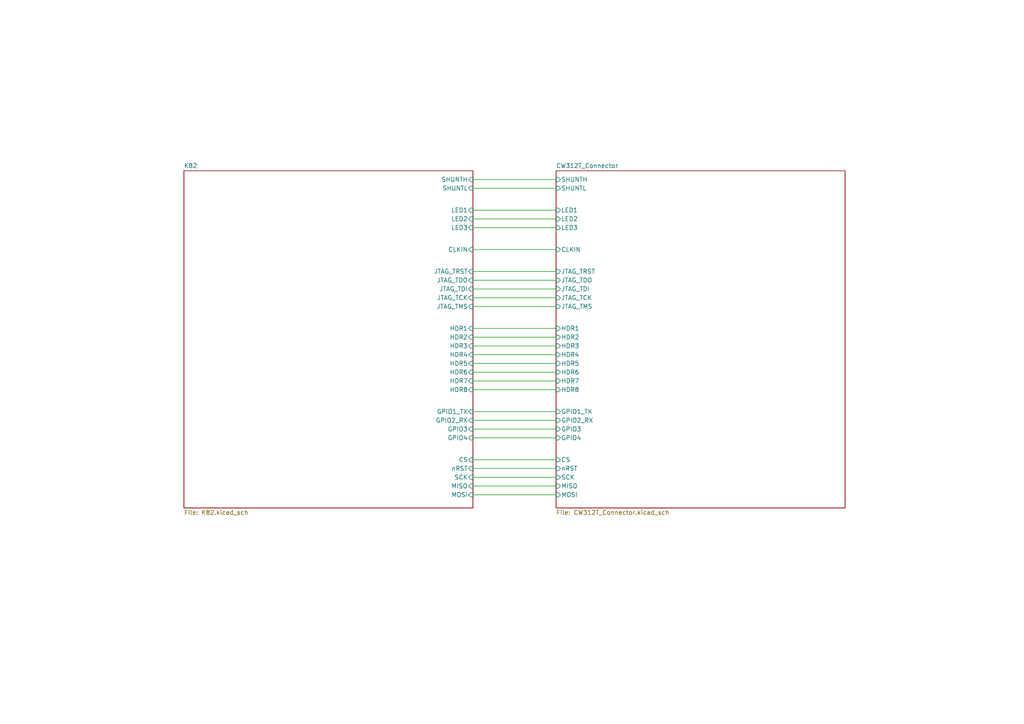
<source format=kicad_sch>
(kicad_sch (version 20231120) (generator "eeschema") (generator_version "8.0")
  (paper "A4")
  (lib_symbols
    (symbol "Silkscreen_Symbols:CE_Free" (in_bom no)
      (property "Reference" "PCB" (at -2.54 6.35 0))
      (property "Value" "CE Symbol" (at 0 0 0))
    )
    (symbol "Silkscreen_Symbols:Pb_Free" (in_bom no)
      (property "Reference" "PCB" (at 0 0 0))
      (property "Value" "Pb_Free Symbol" (at 0 0 0))
    )
    (symbol "Silkscreen_Symbols:UKCA"
      (property "Reference" "PCB" (at 0 0 0))
      (property "Value" "UKCA symbol" (at 0 0 0))
    )
    (symbol "Silkscreen_Symbols:WEEE" (in_bom no)
      (property "Reference" "PCB" (at -1.27 4.445 0))
      (property "Value" "WEEE SYMBOL" (at 0 0 0))
    )
  )
  (wire (pts (xy 137.16 133.35) (xy 161.29 133.35)))
  (wire (pts (xy 137.16 124.46) (xy 161.29 124.46)))
  (wire (pts (xy 137.16 119.38) (xy 161.29 119.38)))
  (wire (pts (xy 137.16 81.28) (xy 161.29 81.28)))
  (wire (pts (xy 137.16 72.39) (xy 161.29 72.39)))
  (wire (pts (xy 137.16 107.95) (xy 161.29 107.95)))
  (wire (pts (xy 137.16 63.5) (xy 161.29 63.5)))
  (wire (pts (xy 137.16 86.36) (xy 161.29 86.36)))
  (wire (pts (xy 137.16 121.92) (xy 161.29 121.92)))
  (wire (pts (xy 137.16 60.96) (xy 161.29 60.96)))
  (wire (pts (xy 137.16 54.61) (xy 161.29 54.61)))
  (wire (pts (xy 137.16 127) (xy 161.29 127)))
  (wire (pts (xy 137.16 83.82) (xy 161.29 83.82)))
  (wire (pts (xy 137.16 102.87) (xy 161.29 102.87)))
  (wire (pts (xy 137.16 95.25) (xy 161.29 95.25)))
  (wire (pts (xy 137.16 97.79) (xy 161.29 97.79)))
  (wire (pts (xy 137.16 66.04) (xy 161.29 66.04)))
  (wire (pts (xy 137.16 135.89) (xy 161.29 135.89)))
  (wire (pts (xy 137.16 110.49) (xy 161.29 110.49)))
  (wire (pts (xy 137.16 88.9) (xy 161.29 88.9)))
  (wire (pts (xy 137.16 105.41) (xy 161.29 105.41)))
  (wire (pts (xy 137.16 138.43) (xy 161.29 138.43)))
  (wire (pts (xy 137.16 113.03) (xy 161.29 113.03)))
  (wire (pts (xy 137.16 52.07) (xy 161.29 52.07)))
  (wire (pts (xy 137.16 78.74) (xy 161.29 78.74)))
  (wire (pts (xy 137.16 100.33) (xy 161.29 100.33)))
  (wire (pts (xy 137.16 140.97) (xy 161.29 140.97)))
  (wire (pts (xy 137.16 143.51) (xy 161.29 143.51)))
  (symbol (lib_id "Silkscreen_Symbols:Pb_Free") (at -34.29 149.86 0) (unit 1) (in_bom no)
    (property "Reference" "PCB2" (at -31.75 148.5899 0) (effects (justify left)))
    (property "Value" "Pb_Free Symbol" (at -31.75 151.1299 0) (effects (justify left)))
    (property "Footprint" "Silkscrren_Symbols:Pb_Free_8.0x8.0mm_SilkScreen" (effects (hide yes)))
  )
  (symbol (lib_id "Silkscreen_Symbols:UKCA") (at -34.29 154.94 0) (unit 1)
    (property "Reference" "PCB3" (at -31.75 153.6699 0) (effects (justify left)))
    (property "Value" "UKCA symbol" (at -31.75 156.2099 0) (effects (justify left)))
    (property "Footprint" "Silkscrren_Symbols:UKCA-Logo_8x8mm_SilkScreen" (effects (hide yes)))
  )
  (symbol (lib_id "Silkscreen_Symbols:WEEE") (at -34.29 160.02 0) (unit 1) (in_bom no)
    (property "Reference" "PCB4" (at -31.75 158.7499 0) (effects (justify left)))
    (property "Value" "WEEE SYMBOL" (at -31.75 161.2899 0) (effects (justify left)))
    (property "Footprint" "Silkscrren_Symbols:WEEE-Logo_5.6x8mm_SilkScreen" (effects (hide yes)))
  )
  (symbol (lib_id "Silkscreen_Symbols:CE_Free") (at -34.29 144.78 0) (unit 1) (in_bom no)
    (property "Reference" "PCB1" (at -31.75 143.5099 0) (effects (justify left)))
    (property "Value" "CE Symbol" (at -31.75 146.0499 0) (effects (justify left)))
    (property "Footprint" "Silkscrren_Symbols:CE-Logo_8.5x6mm_SilkScreen" (effects (hide yes)))
  )
  (sheet (at 161.29 49.53) (size 83.82 97.79) (stroke (width 0.1524))
    (property "Sheetname" "CW312T_Connector" (at 161.29 48.8184 0) (effects (justify left bottom)))
    (property "Sheetfile" "CW312T_Connector.kicad_sch" (at 161.29 147.9046 0) (effects (justify left top)))
    (pin "SHUNTH" input (at 161.29 52.07 180))
    (pin "SHUNTL" input (at 161.29 54.61 180))
    (pin "LED3" input (at 161.29 66.04 180))
    (pin "LED2" input (at 161.29 63.5 180))
    (pin "LED1" input (at 161.29 60.96 180))
    (pin "nRST" input (at 161.29 135.89 180))
    (pin "GPIO3" input (at 161.29 124.46 180))
    (pin "GPIO1_TX" input (at 161.29 119.38 180))
    (pin "SCK" input (at 161.29 138.43 180))
    (pin "GPIO4" input (at 161.29 127 180))
    (pin "GPIO2_RX" input (at 161.29 121.92 180))
    (pin "MOSI" input (at 161.29 143.51 180))
    (pin "JTAG_TDO" input (at 161.29 81.28 180))
    (pin "JTAG_TCK" input (at 161.29 86.36 180))
    (pin "JTAG_TMS" input (at 161.29 88.9 180))
    (pin "CS" input (at 161.29 133.35 180))
    (pin "CLKIN" input (at 161.29 72.39 180))
    (pin "MISO" input (at 161.29 140.97 180))
    (pin "JTAG_TDI" input (at 161.29 83.82 180))
    (pin "HDR7" input (at 161.29 110.49 180))
    (pin "HDR1" input (at 161.29 95.25 180))
    (pin "HDR3" input (at 161.29 100.33 180))
    (pin "HDR6" input (at 161.29 107.95 180))
    (pin "HDR5" input (at 161.29 105.41 180))
    (pin "HDR4" input (at 161.29 102.87 180))
    (pin "HDR2" input (at 161.29 97.79 180))
    (pin "HDR8" input (at 161.29 113.03 180))
    (pin "JTAG_TRST" input (at 161.29 78.74 180))
  )
  (sheet (at 53.34 49.53) (size 83.82 97.79) (stroke (width 0.1524))
    (property "Sheetname" "K82" (at 53.34 48.8184 0) (effects (justify left bottom)))
    (property "Sheetfile" "K82.kicad_sch" (at 53.34 147.9046 0) (effects (justify left top)))
    (pin "SHUNTL" input (at 137.16 54.61 0))
    (pin "SHUNTH" input (at 137.16 52.07 0))
    (pin "HDR3" input (at 137.16 100.33 0))
    (pin "HDR2" input (at 137.16 97.79 0))
    (pin "HDR4" input (at 137.16 102.87 0))
    (pin "HDR1" input (at 137.16 95.25 0))
    (pin "nRST" input (at 137.16 135.89 0))
    (pin "LED2" input (at 137.16 63.5 0))
    (pin "LED1" input (at 137.16 60.96 0))
    (pin "LED3" input (at 137.16 66.04 0))
    (pin "CLKIN" input (at 137.16 72.39 0))
    (pin "JTAG_TRST" input (at 137.16 78.74 0))
    (pin "JTAG_TDO" input (at 137.16 81.28 0))
    (pin "JTAG_TDI" input (at 137.16 83.82 0))
    (pin "JTAG_TCK" input (at 137.16 86.36 0))
    (pin "JTAG_TMS" input (at 137.16 88.9 0))
    (pin "HDR6" input (at 137.16 107.95 0))
    (pin "HDR5" input (at 137.16 105.41 0))
    (pin "HDR7" input (at 137.16 110.49 0))
    (pin "HDR8" input (at 137.16 113.03 0))
    (pin "GPIO4" input (at 137.16 127 0))
    (pin "GPIO1_TX" input (at 137.16 119.38 0))
    (pin "GPIO2_RX" input (at 137.16 121.92 0))
    (pin "CS" input (at 137.16 133.35 0))
    (pin "GPIO3" input (at 137.16 124.46 0))
    (pin "MISO" input (at 137.16 140.97 0))
    (pin "SCK" input (at 137.16 138.43 0))
    (pin "MOSI" input (at 137.16 143.51 0))
  )
)
</source>
